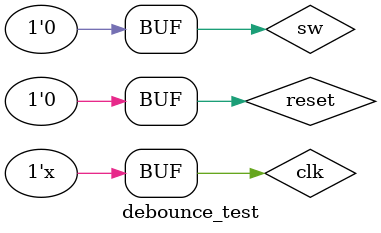
<source format=v>
`timescale 1ns / 1ps


module debounce_test;

	// Inputs
	reg reset;
	reg clk;
	reg sw;

	// Outputs
	wire db_level;
	wire db_tick;

	// Instantiate the Unit Under Test (UUT)
	debounce uut (
	    .clk(clk),
	    .reset(reset),
	    .sw(sw),
	    .db_level(db_level),
	    .db_tick(db_tick)
	    );

	initial begin
		// Initialize Inputs
		clk = 0;
		reset = 0;
		sw = 0;

		// Wait 10 ns for global reset to finish
			// de 0 a 10 -> reset = 1, clk = 0 y sw = 0

		// Add stimulus here				// Tiempo inicio del reset y sw
		#10; reset = 1; sw = 0;		// 20 ns
		#10; reset = 0; sw = 1;		// 30 ns
		#15; reset = 0; sw = 0;		// 40 ns
		#10; reset = 0; sw = 1;		// 50 ns
		#10; reset = 0; sw = 0;		// 60 ns
		#30; reset = 0; sw = 1;		// 90 ns
		#10; reset = 0; sw = 1;		// 100 ns
		#50; reset = 0; sw = 0;		// 150 ns
		#20; reset = 0; sw = 1;		// 170 ns
		#05; reset = 0; sw = 1;		// 175 ns
		#175; reset = 0; sw = 0;	// 310 ns
		#20; reset = 0; sw = 0;		// 330 ns
		#20; reset = 0; sw = 1;		// 350 ns
		#13; reset = 0; sw = 0;		// 363 ns
		#100; reset = 0; sw = 1;	// 463 ns
		#61; reset = 0; sw = 0;		// 524 ns
		#30; reset = 0; sw = 1;		// 554 ns
		#61; reset = 0; sw = 0;		// 615 ns
		#65; reset = 0; sw = 1;		// 680 ns
		#85; reset = 0; sw = 0;		// 745 ns??

		/*#000; reset = 0; sw = 0;	// 010 ns
		#020; reset = 0; sw = 1;	// 030 ns
		#031; reset = 0; sw = 0;	// 071 ns
		#010; reset = 0; sw = 1;
		#20; sw = 0;
		#50; sw = 1;
		#40; sw = 0;*/

	end

	always
		begin
			#10; clk = ~clk;
		end
endmodule

</source>
